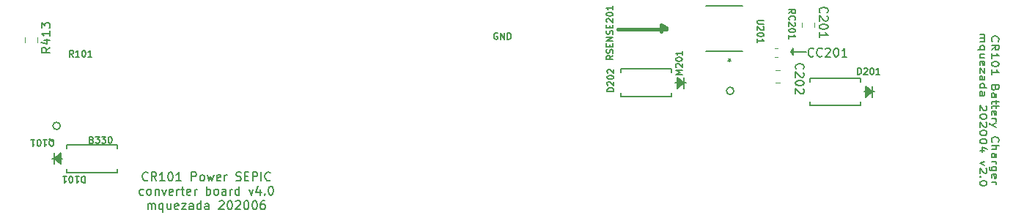
<source format=gto>
G04 #@! TF.GenerationSoftware,KiCad,Pcbnew,(5.1.5)-3*
G04 #@! TF.CreationDate,2020-06-29T02:19:28-04:00*
G04 #@! TF.ProjectId,PowerBoth,506f7765-7242-46f7-9468-2e6b69636164,rev?*
G04 #@! TF.SameCoordinates,Original*
G04 #@! TF.FileFunction,Legend,Top*
G04 #@! TF.FilePolarity,Positive*
%FSLAX46Y46*%
G04 Gerber Fmt 4.6, Leading zero omitted, Abs format (unit mm)*
G04 Created by KiCad (PCBNEW (5.1.5)-3) date 2020-06-29 02:19:28*
%MOMM*%
%LPD*%
G04 APERTURE LIST*
%ADD10C,0.130000*%
%ADD11C,0.152400*%
%ADD12C,0.200000*%
%ADD13C,0.400000*%
%ADD14C,0.150000*%
%ADD15C,0.120000*%
%ADD16C,0.127000*%
G04 APERTURE END LIST*
D10*
X217128571Y-124475000D02*
X217057142Y-124439285D01*
X216950000Y-124439285D01*
X216842857Y-124475000D01*
X216771428Y-124546428D01*
X216735714Y-124617857D01*
X216700000Y-124760714D01*
X216700000Y-124867857D01*
X216735714Y-125010714D01*
X216771428Y-125082142D01*
X216842857Y-125153571D01*
X216950000Y-125189285D01*
X217021428Y-125189285D01*
X217128571Y-125153571D01*
X217164285Y-125117857D01*
X217164285Y-124867857D01*
X217021428Y-124867857D01*
X217485714Y-125189285D02*
X217485714Y-124439285D01*
X217914285Y-125189285D01*
X217914285Y-124439285D01*
X218271428Y-125189285D02*
X218271428Y-124439285D01*
X218450000Y-124439285D01*
X218557142Y-124475000D01*
X218628571Y-124546428D01*
X218664285Y-124617857D01*
X218700000Y-124760714D01*
X218700000Y-124867857D01*
X218664285Y-125010714D01*
X218628571Y-125082142D01*
X218557142Y-125153571D01*
X218450000Y-125189285D01*
X218271428Y-125189285D01*
D11*
X274295514Y-125421428D02*
X274256809Y-125373809D01*
X274218104Y-125230952D01*
X274218104Y-125135714D01*
X274256809Y-124992857D01*
X274334219Y-124897619D01*
X274411628Y-124850000D01*
X274566447Y-124802380D01*
X274682561Y-124802380D01*
X274837380Y-124850000D01*
X274914790Y-124897619D01*
X274992200Y-124992857D01*
X275030904Y-125135714D01*
X275030904Y-125230952D01*
X274992200Y-125373809D01*
X274953495Y-125421428D01*
X274218104Y-126421428D02*
X274605152Y-126088095D01*
X274218104Y-125850000D02*
X275030904Y-125850000D01*
X275030904Y-126230952D01*
X274992200Y-126326190D01*
X274953495Y-126373809D01*
X274876085Y-126421428D01*
X274759971Y-126421428D01*
X274682561Y-126373809D01*
X274643857Y-126326190D01*
X274605152Y-126230952D01*
X274605152Y-125850000D01*
X274218104Y-127373809D02*
X274218104Y-126802380D01*
X274218104Y-127088095D02*
X275030904Y-127088095D01*
X274914790Y-126992857D01*
X274837380Y-126897619D01*
X274798676Y-126802380D01*
X275030904Y-127992857D02*
X275030904Y-128088095D01*
X274992200Y-128183333D01*
X274953495Y-128230952D01*
X274876085Y-128278571D01*
X274721266Y-128326190D01*
X274527742Y-128326190D01*
X274372923Y-128278571D01*
X274295514Y-128230952D01*
X274256809Y-128183333D01*
X274218104Y-128088095D01*
X274218104Y-127992857D01*
X274256809Y-127897619D01*
X274295514Y-127850000D01*
X274372923Y-127802380D01*
X274527742Y-127754761D01*
X274721266Y-127754761D01*
X274876085Y-127802380D01*
X274953495Y-127850000D01*
X274992200Y-127897619D01*
X275030904Y-127992857D01*
X274218104Y-129278571D02*
X274218104Y-128707142D01*
X274218104Y-128992857D02*
X275030904Y-128992857D01*
X274914790Y-128897619D01*
X274837380Y-128802380D01*
X274798676Y-128707142D01*
X274643857Y-130802380D02*
X274605152Y-130945238D01*
X274566447Y-130992857D01*
X274489038Y-131040476D01*
X274372923Y-131040476D01*
X274295514Y-130992857D01*
X274256809Y-130945238D01*
X274218104Y-130850000D01*
X274218104Y-130469047D01*
X275030904Y-130469047D01*
X275030904Y-130802380D01*
X274992200Y-130897619D01*
X274953495Y-130945238D01*
X274876085Y-130992857D01*
X274798676Y-130992857D01*
X274721266Y-130945238D01*
X274682561Y-130897619D01*
X274643857Y-130802380D01*
X274643857Y-130469047D01*
X274218104Y-131897619D02*
X274643857Y-131897619D01*
X274721266Y-131850000D01*
X274759971Y-131754761D01*
X274759971Y-131564285D01*
X274721266Y-131469047D01*
X274256809Y-131897619D02*
X274218104Y-131802380D01*
X274218104Y-131564285D01*
X274256809Y-131469047D01*
X274334219Y-131421428D01*
X274411628Y-131421428D01*
X274489038Y-131469047D01*
X274527742Y-131564285D01*
X274527742Y-131802380D01*
X274566447Y-131897619D01*
X274759971Y-132230952D02*
X274759971Y-132611904D01*
X275030904Y-132373809D02*
X274334219Y-132373809D01*
X274256809Y-132421428D01*
X274218104Y-132516666D01*
X274218104Y-132611904D01*
X274759971Y-132802380D02*
X274759971Y-133183333D01*
X275030904Y-132945238D02*
X274334219Y-132945238D01*
X274256809Y-132992857D01*
X274218104Y-133088095D01*
X274218104Y-133183333D01*
X274256809Y-133897619D02*
X274218104Y-133802380D01*
X274218104Y-133611904D01*
X274256809Y-133516666D01*
X274334219Y-133469047D01*
X274643857Y-133469047D01*
X274721266Y-133516666D01*
X274759971Y-133611904D01*
X274759971Y-133802380D01*
X274721266Y-133897619D01*
X274643857Y-133945238D01*
X274566447Y-133945238D01*
X274489038Y-133469047D01*
X274218104Y-134373809D02*
X274759971Y-134373809D01*
X274605152Y-134373809D02*
X274682561Y-134421428D01*
X274721266Y-134469047D01*
X274759971Y-134564285D01*
X274759971Y-134659523D01*
X274759971Y-134897619D02*
X274218104Y-135135714D01*
X274759971Y-135373809D02*
X274218104Y-135135714D01*
X274024580Y-135040476D01*
X273985876Y-134992857D01*
X273947171Y-134897619D01*
X274295514Y-137088095D02*
X274256809Y-137040476D01*
X274218104Y-136897619D01*
X274218104Y-136802380D01*
X274256809Y-136659523D01*
X274334219Y-136564285D01*
X274411628Y-136516666D01*
X274566447Y-136469047D01*
X274682561Y-136469047D01*
X274837380Y-136516666D01*
X274914790Y-136564285D01*
X274992200Y-136659523D01*
X275030904Y-136802380D01*
X275030904Y-136897619D01*
X274992200Y-137040476D01*
X274953495Y-137088095D01*
X274218104Y-137516666D02*
X275030904Y-137516666D01*
X274218104Y-137945238D02*
X274643857Y-137945238D01*
X274721266Y-137897619D01*
X274759971Y-137802380D01*
X274759971Y-137659523D01*
X274721266Y-137564285D01*
X274682561Y-137516666D01*
X274218104Y-138850000D02*
X274643857Y-138850000D01*
X274721266Y-138802380D01*
X274759971Y-138707142D01*
X274759971Y-138516666D01*
X274721266Y-138421428D01*
X274256809Y-138850000D02*
X274218104Y-138754761D01*
X274218104Y-138516666D01*
X274256809Y-138421428D01*
X274334219Y-138373809D01*
X274411628Y-138373809D01*
X274489038Y-138421428D01*
X274527742Y-138516666D01*
X274527742Y-138754761D01*
X274566447Y-138850000D01*
X274218104Y-139326190D02*
X274759971Y-139326190D01*
X274605152Y-139326190D02*
X274682561Y-139373809D01*
X274721266Y-139421428D01*
X274759971Y-139516666D01*
X274759971Y-139611904D01*
X274759971Y-140373809D02*
X274101990Y-140373809D01*
X274024580Y-140326190D01*
X273985876Y-140278571D01*
X273947171Y-140183333D01*
X273947171Y-140040476D01*
X273985876Y-139945238D01*
X274256809Y-140373809D02*
X274218104Y-140278571D01*
X274218104Y-140088095D01*
X274256809Y-139992857D01*
X274295514Y-139945238D01*
X274372923Y-139897619D01*
X274605152Y-139897619D01*
X274682561Y-139945238D01*
X274721266Y-139992857D01*
X274759971Y-140088095D01*
X274759971Y-140278571D01*
X274721266Y-140373809D01*
X274256809Y-141230952D02*
X274218104Y-141135714D01*
X274218104Y-140945238D01*
X274256809Y-140850000D01*
X274334219Y-140802380D01*
X274643857Y-140802380D01*
X274721266Y-140850000D01*
X274759971Y-140945238D01*
X274759971Y-141135714D01*
X274721266Y-141230952D01*
X274643857Y-141278571D01*
X274566447Y-141278571D01*
X274489038Y-140802380D01*
X274218104Y-141707142D02*
X274759971Y-141707142D01*
X274605152Y-141707142D02*
X274682561Y-141754761D01*
X274721266Y-141802380D01*
X274759971Y-141897619D01*
X274759971Y-141992857D01*
X272846504Y-124635714D02*
X273388371Y-124635714D01*
X273310961Y-124635714D02*
X273349666Y-124683333D01*
X273388371Y-124778571D01*
X273388371Y-124921428D01*
X273349666Y-125016666D01*
X273272257Y-125064285D01*
X272846504Y-125064285D01*
X273272257Y-125064285D02*
X273349666Y-125111904D01*
X273388371Y-125207142D01*
X273388371Y-125350000D01*
X273349666Y-125445238D01*
X273272257Y-125492857D01*
X272846504Y-125492857D01*
X273388371Y-126397619D02*
X272575571Y-126397619D01*
X272885209Y-126397619D02*
X272846504Y-126302380D01*
X272846504Y-126111904D01*
X272885209Y-126016666D01*
X272923914Y-125969047D01*
X273001323Y-125921428D01*
X273233552Y-125921428D01*
X273310961Y-125969047D01*
X273349666Y-126016666D01*
X273388371Y-126111904D01*
X273388371Y-126302380D01*
X273349666Y-126397619D01*
X273388371Y-127302380D02*
X272846504Y-127302380D01*
X273388371Y-126873809D02*
X272962619Y-126873809D01*
X272885209Y-126921428D01*
X272846504Y-127016666D01*
X272846504Y-127159523D01*
X272885209Y-127254761D01*
X272923914Y-127302380D01*
X272885209Y-128159523D02*
X272846504Y-128064285D01*
X272846504Y-127873809D01*
X272885209Y-127778571D01*
X272962619Y-127730952D01*
X273272257Y-127730952D01*
X273349666Y-127778571D01*
X273388371Y-127873809D01*
X273388371Y-128064285D01*
X273349666Y-128159523D01*
X273272257Y-128207142D01*
X273194847Y-128207142D01*
X273117438Y-127730952D01*
X273388371Y-128540476D02*
X273388371Y-129064285D01*
X272846504Y-128540476D01*
X272846504Y-129064285D01*
X272846504Y-129873809D02*
X273272257Y-129873809D01*
X273349666Y-129826190D01*
X273388371Y-129730952D01*
X273388371Y-129540476D01*
X273349666Y-129445238D01*
X272885209Y-129873809D02*
X272846504Y-129778571D01*
X272846504Y-129540476D01*
X272885209Y-129445238D01*
X272962619Y-129397619D01*
X273040028Y-129397619D01*
X273117438Y-129445238D01*
X273156142Y-129540476D01*
X273156142Y-129778571D01*
X273194847Y-129873809D01*
X272846504Y-130778571D02*
X273659304Y-130778571D01*
X272885209Y-130778571D02*
X272846504Y-130683333D01*
X272846504Y-130492857D01*
X272885209Y-130397619D01*
X272923914Y-130350000D01*
X273001323Y-130302380D01*
X273233552Y-130302380D01*
X273310961Y-130350000D01*
X273349666Y-130397619D01*
X273388371Y-130492857D01*
X273388371Y-130683333D01*
X273349666Y-130778571D01*
X272846504Y-131683333D02*
X273272257Y-131683333D01*
X273349666Y-131635714D01*
X273388371Y-131540476D01*
X273388371Y-131350000D01*
X273349666Y-131254761D01*
X272885209Y-131683333D02*
X272846504Y-131588095D01*
X272846504Y-131350000D01*
X272885209Y-131254761D01*
X272962619Y-131207142D01*
X273040028Y-131207142D01*
X273117438Y-131254761D01*
X273156142Y-131350000D01*
X273156142Y-131588095D01*
X273194847Y-131683333D01*
X273581895Y-132873809D02*
X273620600Y-132921428D01*
X273659304Y-133016666D01*
X273659304Y-133254761D01*
X273620600Y-133350000D01*
X273581895Y-133397619D01*
X273504485Y-133445238D01*
X273427076Y-133445238D01*
X273310961Y-133397619D01*
X272846504Y-132826190D01*
X272846504Y-133445238D01*
X273659304Y-134064285D02*
X273659304Y-134159523D01*
X273620600Y-134254761D01*
X273581895Y-134302380D01*
X273504485Y-134350000D01*
X273349666Y-134397619D01*
X273156142Y-134397619D01*
X273001323Y-134350000D01*
X272923914Y-134302380D01*
X272885209Y-134254761D01*
X272846504Y-134159523D01*
X272846504Y-134064285D01*
X272885209Y-133969047D01*
X272923914Y-133921428D01*
X273001323Y-133873809D01*
X273156142Y-133826190D01*
X273349666Y-133826190D01*
X273504485Y-133873809D01*
X273581895Y-133921428D01*
X273620600Y-133969047D01*
X273659304Y-134064285D01*
X273581895Y-134778571D02*
X273620600Y-134826190D01*
X273659304Y-134921428D01*
X273659304Y-135159523D01*
X273620600Y-135254761D01*
X273581895Y-135302380D01*
X273504485Y-135350000D01*
X273427076Y-135350000D01*
X273310961Y-135302380D01*
X272846504Y-134730952D01*
X272846504Y-135350000D01*
X273659304Y-135969047D02*
X273659304Y-136064285D01*
X273620600Y-136159523D01*
X273581895Y-136207142D01*
X273504485Y-136254761D01*
X273349666Y-136302380D01*
X273156142Y-136302380D01*
X273001323Y-136254761D01*
X272923914Y-136207142D01*
X272885209Y-136159523D01*
X272846504Y-136064285D01*
X272846504Y-135969047D01*
X272885209Y-135873809D01*
X272923914Y-135826190D01*
X273001323Y-135778571D01*
X273156142Y-135730952D01*
X273349666Y-135730952D01*
X273504485Y-135778571D01*
X273581895Y-135826190D01*
X273620600Y-135873809D01*
X273659304Y-135969047D01*
X273659304Y-136921428D02*
X273659304Y-137016666D01*
X273620600Y-137111904D01*
X273581895Y-137159523D01*
X273504485Y-137207142D01*
X273349666Y-137254761D01*
X273156142Y-137254761D01*
X273001323Y-137207142D01*
X272923914Y-137159523D01*
X272885209Y-137111904D01*
X272846504Y-137016666D01*
X272846504Y-136921428D01*
X272885209Y-136826190D01*
X272923914Y-136778571D01*
X273001323Y-136730952D01*
X273156142Y-136683333D01*
X273349666Y-136683333D01*
X273504485Y-136730952D01*
X273581895Y-136778571D01*
X273620600Y-136826190D01*
X273659304Y-136921428D01*
X273388371Y-138111904D02*
X272846504Y-138111904D01*
X273698009Y-137873809D02*
X273117438Y-137635714D01*
X273117438Y-138254761D01*
X273388371Y-139302380D02*
X272846504Y-139540476D01*
X273388371Y-139778571D01*
X273581895Y-140111904D02*
X273620600Y-140159523D01*
X273659304Y-140254761D01*
X273659304Y-140492857D01*
X273620600Y-140588095D01*
X273581895Y-140635714D01*
X273504485Y-140683333D01*
X273427076Y-140683333D01*
X273310961Y-140635714D01*
X272846504Y-140064285D01*
X272846504Y-140683333D01*
X272923914Y-141111904D02*
X272885209Y-141159523D01*
X272846504Y-141111904D01*
X272885209Y-141064285D01*
X272923914Y-141111904D01*
X272846504Y-141111904D01*
X273659304Y-141778571D02*
X273659304Y-141873809D01*
X273620600Y-141969047D01*
X273581895Y-142016666D01*
X273504485Y-142064285D01*
X273349666Y-142111904D01*
X273156142Y-142111904D01*
X273001323Y-142064285D01*
X272923914Y-142016666D01*
X272885209Y-141969047D01*
X272846504Y-141873809D01*
X272846504Y-141778571D01*
X272885209Y-141683333D01*
X272923914Y-141635714D01*
X273001323Y-141588095D01*
X273156142Y-141540476D01*
X273349666Y-141540476D01*
X273504485Y-141588095D01*
X273581895Y-141635714D01*
X273620600Y-141683333D01*
X273659304Y-141778571D01*
D12*
X251300000Y-126950000D02*
X251000000Y-126650000D01*
X251300000Y-126250000D02*
X251300000Y-126950000D01*
X251000000Y-126650000D02*
X251300000Y-126250000D01*
X252800000Y-126650000D02*
X251000000Y-126650000D01*
D13*
X231000000Y-124000000D02*
X236600125Y-124000000D01*
X236600000Y-123850000D02*
X236000000Y-123500000D01*
X236000000Y-123500000D02*
X236000000Y-124250000D01*
D14*
X176738095Y-141457142D02*
X176690476Y-141504761D01*
X176547619Y-141552380D01*
X176452380Y-141552380D01*
X176309523Y-141504761D01*
X176214285Y-141409523D01*
X176166666Y-141314285D01*
X176119047Y-141123809D01*
X176119047Y-140980952D01*
X176166666Y-140790476D01*
X176214285Y-140695238D01*
X176309523Y-140600000D01*
X176452380Y-140552380D01*
X176547619Y-140552380D01*
X176690476Y-140600000D01*
X176738095Y-140647619D01*
X177738095Y-141552380D02*
X177404761Y-141076190D01*
X177166666Y-141552380D02*
X177166666Y-140552380D01*
X177547619Y-140552380D01*
X177642857Y-140600000D01*
X177690476Y-140647619D01*
X177738095Y-140742857D01*
X177738095Y-140885714D01*
X177690476Y-140980952D01*
X177642857Y-141028571D01*
X177547619Y-141076190D01*
X177166666Y-141076190D01*
X178690476Y-141552380D02*
X178119047Y-141552380D01*
X178404761Y-141552380D02*
X178404761Y-140552380D01*
X178309523Y-140695238D01*
X178214285Y-140790476D01*
X178119047Y-140838095D01*
X179309523Y-140552380D02*
X179404761Y-140552380D01*
X179500000Y-140600000D01*
X179547619Y-140647619D01*
X179595238Y-140742857D01*
X179642857Y-140933333D01*
X179642857Y-141171428D01*
X179595238Y-141361904D01*
X179547619Y-141457142D01*
X179500000Y-141504761D01*
X179404761Y-141552380D01*
X179309523Y-141552380D01*
X179214285Y-141504761D01*
X179166666Y-141457142D01*
X179119047Y-141361904D01*
X179071428Y-141171428D01*
X179071428Y-140933333D01*
X179119047Y-140742857D01*
X179166666Y-140647619D01*
X179214285Y-140600000D01*
X179309523Y-140552380D01*
X180595238Y-141552380D02*
X180023809Y-141552380D01*
X180309523Y-141552380D02*
X180309523Y-140552380D01*
X180214285Y-140695238D01*
X180119047Y-140790476D01*
X180023809Y-140838095D01*
X181785714Y-141552380D02*
X181785714Y-140552380D01*
X182166666Y-140552380D01*
X182261904Y-140600000D01*
X182309523Y-140647619D01*
X182357142Y-140742857D01*
X182357142Y-140885714D01*
X182309523Y-140980952D01*
X182261904Y-141028571D01*
X182166666Y-141076190D01*
X181785714Y-141076190D01*
X182928571Y-141552380D02*
X182833333Y-141504761D01*
X182785714Y-141457142D01*
X182738095Y-141361904D01*
X182738095Y-141076190D01*
X182785714Y-140980952D01*
X182833333Y-140933333D01*
X182928571Y-140885714D01*
X183071428Y-140885714D01*
X183166666Y-140933333D01*
X183214285Y-140980952D01*
X183261904Y-141076190D01*
X183261904Y-141361904D01*
X183214285Y-141457142D01*
X183166666Y-141504761D01*
X183071428Y-141552380D01*
X182928571Y-141552380D01*
X183595238Y-140885714D02*
X183785714Y-141552380D01*
X183976190Y-141076190D01*
X184166666Y-141552380D01*
X184357142Y-140885714D01*
X185119047Y-141504761D02*
X185023809Y-141552380D01*
X184833333Y-141552380D01*
X184738095Y-141504761D01*
X184690476Y-141409523D01*
X184690476Y-141028571D01*
X184738095Y-140933333D01*
X184833333Y-140885714D01*
X185023809Y-140885714D01*
X185119047Y-140933333D01*
X185166666Y-141028571D01*
X185166666Y-141123809D01*
X184690476Y-141219047D01*
X185595238Y-141552380D02*
X185595238Y-140885714D01*
X185595238Y-141076190D02*
X185642857Y-140980952D01*
X185690476Y-140933333D01*
X185785714Y-140885714D01*
X185880952Y-140885714D01*
X186928571Y-141504761D02*
X187071428Y-141552380D01*
X187309523Y-141552380D01*
X187404761Y-141504761D01*
X187452380Y-141457142D01*
X187500000Y-141361904D01*
X187500000Y-141266666D01*
X187452380Y-141171428D01*
X187404761Y-141123809D01*
X187309523Y-141076190D01*
X187119047Y-141028571D01*
X187023809Y-140980952D01*
X186976190Y-140933333D01*
X186928571Y-140838095D01*
X186928571Y-140742857D01*
X186976190Y-140647619D01*
X187023809Y-140600000D01*
X187119047Y-140552380D01*
X187357142Y-140552380D01*
X187500000Y-140600000D01*
X187928571Y-141028571D02*
X188261904Y-141028571D01*
X188404761Y-141552380D02*
X187928571Y-141552380D01*
X187928571Y-140552380D01*
X188404761Y-140552380D01*
X188833333Y-141552380D02*
X188833333Y-140552380D01*
X189214285Y-140552380D01*
X189309523Y-140600000D01*
X189357142Y-140647619D01*
X189404761Y-140742857D01*
X189404761Y-140885714D01*
X189357142Y-140980952D01*
X189309523Y-141028571D01*
X189214285Y-141076190D01*
X188833333Y-141076190D01*
X189833333Y-141552380D02*
X189833333Y-140552380D01*
X190880952Y-141457142D02*
X190833333Y-141504761D01*
X190690476Y-141552380D01*
X190595238Y-141552380D01*
X190452380Y-141504761D01*
X190357142Y-141409523D01*
X190309523Y-141314285D01*
X190261904Y-141123809D01*
X190261904Y-140980952D01*
X190309523Y-140790476D01*
X190357142Y-140695238D01*
X190452380Y-140600000D01*
X190595238Y-140552380D01*
X190690476Y-140552380D01*
X190833333Y-140600000D01*
X190880952Y-140647619D01*
X176238095Y-143154761D02*
X176142857Y-143202380D01*
X175952380Y-143202380D01*
X175857142Y-143154761D01*
X175809523Y-143107142D01*
X175761904Y-143011904D01*
X175761904Y-142726190D01*
X175809523Y-142630952D01*
X175857142Y-142583333D01*
X175952380Y-142535714D01*
X176142857Y-142535714D01*
X176238095Y-142583333D01*
X176809523Y-143202380D02*
X176714285Y-143154761D01*
X176666666Y-143107142D01*
X176619047Y-143011904D01*
X176619047Y-142726190D01*
X176666666Y-142630952D01*
X176714285Y-142583333D01*
X176809523Y-142535714D01*
X176952380Y-142535714D01*
X177047619Y-142583333D01*
X177095238Y-142630952D01*
X177142857Y-142726190D01*
X177142857Y-143011904D01*
X177095238Y-143107142D01*
X177047619Y-143154761D01*
X176952380Y-143202380D01*
X176809523Y-143202380D01*
X177571428Y-142535714D02*
X177571428Y-143202380D01*
X177571428Y-142630952D02*
X177619047Y-142583333D01*
X177714285Y-142535714D01*
X177857142Y-142535714D01*
X177952380Y-142583333D01*
X178000000Y-142678571D01*
X178000000Y-143202380D01*
X178380952Y-142535714D02*
X178619047Y-143202380D01*
X178857142Y-142535714D01*
X179619047Y-143154761D02*
X179523809Y-143202380D01*
X179333333Y-143202380D01*
X179238095Y-143154761D01*
X179190476Y-143059523D01*
X179190476Y-142678571D01*
X179238095Y-142583333D01*
X179333333Y-142535714D01*
X179523809Y-142535714D01*
X179619047Y-142583333D01*
X179666666Y-142678571D01*
X179666666Y-142773809D01*
X179190476Y-142869047D01*
X180095238Y-143202380D02*
X180095238Y-142535714D01*
X180095238Y-142726190D02*
X180142857Y-142630952D01*
X180190476Y-142583333D01*
X180285714Y-142535714D01*
X180380952Y-142535714D01*
X180571428Y-142535714D02*
X180952380Y-142535714D01*
X180714285Y-142202380D02*
X180714285Y-143059523D01*
X180761904Y-143154761D01*
X180857142Y-143202380D01*
X180952380Y-143202380D01*
X181666666Y-143154761D02*
X181571428Y-143202380D01*
X181380952Y-143202380D01*
X181285714Y-143154761D01*
X181238095Y-143059523D01*
X181238095Y-142678571D01*
X181285714Y-142583333D01*
X181380952Y-142535714D01*
X181571428Y-142535714D01*
X181666666Y-142583333D01*
X181714285Y-142678571D01*
X181714285Y-142773809D01*
X181238095Y-142869047D01*
X182142857Y-143202380D02*
X182142857Y-142535714D01*
X182142857Y-142726190D02*
X182190476Y-142630952D01*
X182238095Y-142583333D01*
X182333333Y-142535714D01*
X182428571Y-142535714D01*
X183523809Y-143202380D02*
X183523809Y-142202380D01*
X183523809Y-142583333D02*
X183619047Y-142535714D01*
X183809523Y-142535714D01*
X183904761Y-142583333D01*
X183952380Y-142630952D01*
X184000000Y-142726190D01*
X184000000Y-143011904D01*
X183952380Y-143107142D01*
X183904761Y-143154761D01*
X183809523Y-143202380D01*
X183619047Y-143202380D01*
X183523809Y-143154761D01*
X184571428Y-143202380D02*
X184476190Y-143154761D01*
X184428571Y-143107142D01*
X184380952Y-143011904D01*
X184380952Y-142726190D01*
X184428571Y-142630952D01*
X184476190Y-142583333D01*
X184571428Y-142535714D01*
X184714285Y-142535714D01*
X184809523Y-142583333D01*
X184857142Y-142630952D01*
X184904761Y-142726190D01*
X184904761Y-143011904D01*
X184857142Y-143107142D01*
X184809523Y-143154761D01*
X184714285Y-143202380D01*
X184571428Y-143202380D01*
X185761904Y-143202380D02*
X185761904Y-142678571D01*
X185714285Y-142583333D01*
X185619047Y-142535714D01*
X185428571Y-142535714D01*
X185333333Y-142583333D01*
X185761904Y-143154761D02*
X185666666Y-143202380D01*
X185428571Y-143202380D01*
X185333333Y-143154761D01*
X185285714Y-143059523D01*
X185285714Y-142964285D01*
X185333333Y-142869047D01*
X185428571Y-142821428D01*
X185666666Y-142821428D01*
X185761904Y-142773809D01*
X186238095Y-143202380D02*
X186238095Y-142535714D01*
X186238095Y-142726190D02*
X186285714Y-142630952D01*
X186333333Y-142583333D01*
X186428571Y-142535714D01*
X186523809Y-142535714D01*
X187285714Y-143202380D02*
X187285714Y-142202380D01*
X187285714Y-143154761D02*
X187190476Y-143202380D01*
X187000000Y-143202380D01*
X186904761Y-143154761D01*
X186857142Y-143107142D01*
X186809523Y-143011904D01*
X186809523Y-142726190D01*
X186857142Y-142630952D01*
X186904761Y-142583333D01*
X187000000Y-142535714D01*
X187190476Y-142535714D01*
X187285714Y-142583333D01*
X188428571Y-142535714D02*
X188666666Y-143202380D01*
X188904761Y-142535714D01*
X189714285Y-142535714D02*
X189714285Y-143202380D01*
X189476190Y-142154761D02*
X189238095Y-142869047D01*
X189857142Y-142869047D01*
X190238095Y-143107142D02*
X190285714Y-143154761D01*
X190238095Y-143202380D01*
X190190476Y-143154761D01*
X190238095Y-143107142D01*
X190238095Y-143202380D01*
X190904761Y-142202380D02*
X191000000Y-142202380D01*
X191095238Y-142250000D01*
X191142857Y-142297619D01*
X191190476Y-142392857D01*
X191238095Y-142583333D01*
X191238095Y-142821428D01*
X191190476Y-143011904D01*
X191142857Y-143107142D01*
X191095238Y-143154761D01*
X191000000Y-143202380D01*
X190904761Y-143202380D01*
X190809523Y-143154761D01*
X190761904Y-143107142D01*
X190714285Y-143011904D01*
X190666666Y-142821428D01*
X190666666Y-142583333D01*
X190714285Y-142392857D01*
X190761904Y-142297619D01*
X190809523Y-142250000D01*
X190904761Y-142202380D01*
X176738095Y-144852380D02*
X176738095Y-144185714D01*
X176738095Y-144280952D02*
X176785714Y-144233333D01*
X176880952Y-144185714D01*
X177023809Y-144185714D01*
X177119047Y-144233333D01*
X177166666Y-144328571D01*
X177166666Y-144852380D01*
X177166666Y-144328571D02*
X177214285Y-144233333D01*
X177309523Y-144185714D01*
X177452380Y-144185714D01*
X177547619Y-144233333D01*
X177595238Y-144328571D01*
X177595238Y-144852380D01*
X178500000Y-144185714D02*
X178500000Y-145185714D01*
X178500000Y-144804761D02*
X178404761Y-144852380D01*
X178214285Y-144852380D01*
X178119047Y-144804761D01*
X178071428Y-144757142D01*
X178023809Y-144661904D01*
X178023809Y-144376190D01*
X178071428Y-144280952D01*
X178119047Y-144233333D01*
X178214285Y-144185714D01*
X178404761Y-144185714D01*
X178500000Y-144233333D01*
X179404761Y-144185714D02*
X179404761Y-144852380D01*
X178976190Y-144185714D02*
X178976190Y-144709523D01*
X179023809Y-144804761D01*
X179119047Y-144852380D01*
X179261904Y-144852380D01*
X179357142Y-144804761D01*
X179404761Y-144757142D01*
X180261904Y-144804761D02*
X180166666Y-144852380D01*
X179976190Y-144852380D01*
X179880952Y-144804761D01*
X179833333Y-144709523D01*
X179833333Y-144328571D01*
X179880952Y-144233333D01*
X179976190Y-144185714D01*
X180166666Y-144185714D01*
X180261904Y-144233333D01*
X180309523Y-144328571D01*
X180309523Y-144423809D01*
X179833333Y-144519047D01*
X180642857Y-144185714D02*
X181166666Y-144185714D01*
X180642857Y-144852380D01*
X181166666Y-144852380D01*
X181976190Y-144852380D02*
X181976190Y-144328571D01*
X181928571Y-144233333D01*
X181833333Y-144185714D01*
X181642857Y-144185714D01*
X181547619Y-144233333D01*
X181976190Y-144804761D02*
X181880952Y-144852380D01*
X181642857Y-144852380D01*
X181547619Y-144804761D01*
X181500000Y-144709523D01*
X181500000Y-144614285D01*
X181547619Y-144519047D01*
X181642857Y-144471428D01*
X181880952Y-144471428D01*
X181976190Y-144423809D01*
X182880952Y-144852380D02*
X182880952Y-143852380D01*
X182880952Y-144804761D02*
X182785714Y-144852380D01*
X182595238Y-144852380D01*
X182500000Y-144804761D01*
X182452380Y-144757142D01*
X182404761Y-144661904D01*
X182404761Y-144376190D01*
X182452380Y-144280952D01*
X182500000Y-144233333D01*
X182595238Y-144185714D01*
X182785714Y-144185714D01*
X182880952Y-144233333D01*
X183785714Y-144852380D02*
X183785714Y-144328571D01*
X183738095Y-144233333D01*
X183642857Y-144185714D01*
X183452380Y-144185714D01*
X183357142Y-144233333D01*
X183785714Y-144804761D02*
X183690476Y-144852380D01*
X183452380Y-144852380D01*
X183357142Y-144804761D01*
X183309523Y-144709523D01*
X183309523Y-144614285D01*
X183357142Y-144519047D01*
X183452380Y-144471428D01*
X183690476Y-144471428D01*
X183785714Y-144423809D01*
X184976190Y-143947619D02*
X185023809Y-143900000D01*
X185119047Y-143852380D01*
X185357142Y-143852380D01*
X185452380Y-143900000D01*
X185500000Y-143947619D01*
X185547619Y-144042857D01*
X185547619Y-144138095D01*
X185500000Y-144280952D01*
X184928571Y-144852380D01*
X185547619Y-144852380D01*
X186166666Y-143852380D02*
X186261904Y-143852380D01*
X186357142Y-143900000D01*
X186404761Y-143947619D01*
X186452380Y-144042857D01*
X186500000Y-144233333D01*
X186500000Y-144471428D01*
X186452380Y-144661904D01*
X186404761Y-144757142D01*
X186357142Y-144804761D01*
X186261904Y-144852380D01*
X186166666Y-144852380D01*
X186071428Y-144804761D01*
X186023809Y-144757142D01*
X185976190Y-144661904D01*
X185928571Y-144471428D01*
X185928571Y-144233333D01*
X185976190Y-144042857D01*
X186023809Y-143947619D01*
X186071428Y-143900000D01*
X186166666Y-143852380D01*
X186880952Y-143947619D02*
X186928571Y-143900000D01*
X187023809Y-143852380D01*
X187261904Y-143852380D01*
X187357142Y-143900000D01*
X187404761Y-143947619D01*
X187452380Y-144042857D01*
X187452380Y-144138095D01*
X187404761Y-144280952D01*
X186833333Y-144852380D01*
X187452380Y-144852380D01*
X188071428Y-143852380D02*
X188166666Y-143852380D01*
X188261904Y-143900000D01*
X188309523Y-143947619D01*
X188357142Y-144042857D01*
X188404761Y-144233333D01*
X188404761Y-144471428D01*
X188357142Y-144661904D01*
X188309523Y-144757142D01*
X188261904Y-144804761D01*
X188166666Y-144852380D01*
X188071428Y-144852380D01*
X187976190Y-144804761D01*
X187928571Y-144757142D01*
X187880952Y-144661904D01*
X187833333Y-144471428D01*
X187833333Y-144233333D01*
X187880952Y-144042857D01*
X187928571Y-143947619D01*
X187976190Y-143900000D01*
X188071428Y-143852380D01*
X189023809Y-143852380D02*
X189119047Y-143852380D01*
X189214285Y-143900000D01*
X189261904Y-143947619D01*
X189309523Y-144042857D01*
X189357142Y-144233333D01*
X189357142Y-144471428D01*
X189309523Y-144661904D01*
X189261904Y-144757142D01*
X189214285Y-144804761D01*
X189119047Y-144852380D01*
X189023809Y-144852380D01*
X188928571Y-144804761D01*
X188880952Y-144757142D01*
X188833333Y-144661904D01*
X188785714Y-144471428D01*
X188785714Y-144233333D01*
X188833333Y-144042857D01*
X188880952Y-143947619D01*
X188928571Y-143900000D01*
X189023809Y-143852380D01*
X190214285Y-143852380D02*
X190023809Y-143852380D01*
X189928571Y-143900000D01*
X189880952Y-143947619D01*
X189785714Y-144090476D01*
X189738095Y-144280952D01*
X189738095Y-144661904D01*
X189785714Y-144757142D01*
X189833333Y-144804761D01*
X189928571Y-144852380D01*
X190119047Y-144852380D01*
X190214285Y-144804761D01*
X190261904Y-144757142D01*
X190309523Y-144661904D01*
X190309523Y-144423809D01*
X190261904Y-144328571D01*
X190214285Y-144280952D01*
X190119047Y-144233333D01*
X189928571Y-144233333D01*
X189833333Y-144280952D01*
X189785714Y-144328571D01*
X189738095Y-144423809D01*
D15*
X249238748Y-130210000D02*
X249761252Y-130210000D01*
X249238748Y-128790000D02*
X249761252Y-128790000D01*
D11*
X241166525Y-126592999D02*
X245433725Y-126592999D01*
X245433725Y-121309799D02*
X241166525Y-121309799D01*
D16*
X244424387Y-131151399D02*
G75*
G03X244424387Y-131151399I-424262J0D01*
G01*
D11*
X253179000Y-132418400D02*
X253179000Y-132824800D01*
X259021000Y-130081600D02*
X259021000Y-129675200D01*
X259021000Y-132824800D02*
X259021000Y-132418400D01*
X253179000Y-132824800D02*
X259021000Y-132824800D01*
X253179000Y-129675200D02*
X253179000Y-130081600D01*
X259021000Y-129675200D02*
X253179000Y-129675200D01*
X259656000Y-131885000D02*
X259656000Y-130615000D01*
X260418000Y-131250000D02*
X259656000Y-131123000D01*
X260418000Y-131250000D02*
X259656000Y-130996000D01*
X260418000Y-131250000D02*
X259656000Y-130869000D01*
X260418000Y-131250000D02*
X259656000Y-130742000D01*
X260418000Y-131250000D02*
X259656000Y-130615000D01*
X260418000Y-131250000D02*
X259656000Y-131377000D01*
X260418000Y-131250000D02*
X259656000Y-131504000D01*
X260418000Y-131250000D02*
X259656000Y-131631000D01*
X260418000Y-131250000D02*
X259656000Y-131758000D01*
X260418000Y-131250000D02*
X259656000Y-131885000D01*
X260418000Y-131250000D02*
X260418000Y-130615000D01*
X260418000Y-131885000D02*
X260418000Y-131250000D01*
X260418000Y-131250000D02*
X260672000Y-131250000D01*
X259478200Y-131250000D02*
X260418000Y-131250000D01*
X231379125Y-131369799D02*
X231379125Y-131776199D01*
X237221125Y-129032999D02*
X237221125Y-128626599D01*
X237221125Y-131776199D02*
X237221125Y-131369799D01*
X231379125Y-131776199D02*
X237221125Y-131776199D01*
X231379125Y-128626599D02*
X231379125Y-129032999D01*
X237221125Y-128626599D02*
X231379125Y-128626599D01*
X237856125Y-130836399D02*
X237856125Y-129566399D01*
X238618125Y-130201399D02*
X237856125Y-130074399D01*
X238618125Y-130201399D02*
X237856125Y-129947399D01*
X238618125Y-130201399D02*
X237856125Y-129820399D01*
X238618125Y-130201399D02*
X237856125Y-129693399D01*
X238618125Y-130201399D02*
X237856125Y-129566399D01*
X238618125Y-130201399D02*
X237856125Y-130328399D01*
X238618125Y-130201399D02*
X237856125Y-130455399D01*
X238618125Y-130201399D02*
X237856125Y-130582399D01*
X238618125Y-130201399D02*
X237856125Y-130709399D01*
X238618125Y-130201399D02*
X237856125Y-130836399D01*
X238618125Y-130201399D02*
X238618125Y-129566399D01*
X238618125Y-130836399D02*
X238618125Y-130201399D01*
X238618125Y-130201399D02*
X238872125Y-130201399D01*
X237678325Y-130201399D02*
X238618125Y-130201399D01*
D15*
X252290000Y-123786252D02*
X252290000Y-123263748D01*
X253710000Y-123786252D02*
X253710000Y-123263748D01*
X249128858Y-126240000D02*
X249471392Y-126240000D01*
X249128858Y-127260000D02*
X249471392Y-127260000D01*
X162540000Y-125511252D02*
X162540000Y-124988748D01*
X163960000Y-125511252D02*
X163960000Y-124988748D01*
D11*
X166871800Y-139000000D02*
X165932000Y-139000000D01*
X165932000Y-139000000D02*
X165678000Y-139000000D01*
X165932000Y-138365000D02*
X165932000Y-139000000D01*
X165932000Y-139000000D02*
X165932000Y-139635000D01*
X165932000Y-139000000D02*
X166694000Y-138365000D01*
X165932000Y-139000000D02*
X166694000Y-138492000D01*
X165932000Y-139000000D02*
X166694000Y-138619000D01*
X165932000Y-139000000D02*
X166694000Y-138746000D01*
X165932000Y-139000000D02*
X166694000Y-138873000D01*
X165932000Y-139000000D02*
X166694000Y-139635000D01*
X165932000Y-139000000D02*
X166694000Y-139508000D01*
X165932000Y-139000000D02*
X166694000Y-139381000D01*
X165932000Y-139000000D02*
X166694000Y-139254000D01*
X165932000Y-139000000D02*
X166694000Y-139127000D01*
X166694000Y-138365000D02*
X166694000Y-139635000D01*
X167329000Y-140574800D02*
X173171000Y-140574800D01*
X173171000Y-140574800D02*
X173171000Y-140168400D01*
X173171000Y-137425200D02*
X167329000Y-137425200D01*
X167329000Y-137425200D02*
X167329000Y-137831600D01*
X167329000Y-140168400D02*
X167329000Y-140574800D01*
X173171000Y-137831600D02*
X173171000Y-137425200D01*
D16*
X166624262Y-135200000D02*
G75*
G03X166624262Y-135200000I-424262J0D01*
G01*
D14*
X251642857Y-128630952D02*
X251595238Y-128583333D01*
X251547619Y-128440476D01*
X251547619Y-128345238D01*
X251595238Y-128202380D01*
X251690476Y-128107142D01*
X251785714Y-128059523D01*
X251976190Y-128011904D01*
X252119047Y-128011904D01*
X252309523Y-128059523D01*
X252404761Y-128107142D01*
X252500000Y-128202380D01*
X252547619Y-128345238D01*
X252547619Y-128440476D01*
X252500000Y-128583333D01*
X252452380Y-128630952D01*
X252452380Y-129011904D02*
X252500000Y-129059523D01*
X252547619Y-129154761D01*
X252547619Y-129392857D01*
X252500000Y-129488095D01*
X252452380Y-129535714D01*
X252357142Y-129583333D01*
X252261904Y-129583333D01*
X252119047Y-129535714D01*
X251547619Y-128964285D01*
X251547619Y-129583333D01*
X252547619Y-130202380D02*
X252547619Y-130297619D01*
X252500000Y-130392857D01*
X252452380Y-130440476D01*
X252357142Y-130488095D01*
X252166666Y-130535714D01*
X251928571Y-130535714D01*
X251738095Y-130488095D01*
X251642857Y-130440476D01*
X251595238Y-130392857D01*
X251547619Y-130297619D01*
X251547619Y-130202380D01*
X251595238Y-130107142D01*
X251642857Y-130059523D01*
X251738095Y-130011904D01*
X251928571Y-129964285D01*
X252166666Y-129964285D01*
X252357142Y-130011904D01*
X252452380Y-130059523D01*
X252500000Y-130107142D01*
X252547619Y-130202380D01*
X252452380Y-130916666D02*
X252500000Y-130964285D01*
X252547619Y-131059523D01*
X252547619Y-131297619D01*
X252500000Y-131392857D01*
X252452380Y-131440476D01*
X252357142Y-131488095D01*
X252261904Y-131488095D01*
X252119047Y-131440476D01*
X251547619Y-130869047D01*
X251547619Y-131488095D01*
D10*
X247910714Y-122964285D02*
X247303571Y-122964285D01*
X247232142Y-123000000D01*
X247196428Y-123035714D01*
X247160714Y-123107142D01*
X247160714Y-123250000D01*
X247196428Y-123321428D01*
X247232142Y-123357142D01*
X247303571Y-123392857D01*
X247910714Y-123392857D01*
X247839285Y-123714285D02*
X247875000Y-123750000D01*
X247910714Y-123821428D01*
X247910714Y-124000000D01*
X247875000Y-124071428D01*
X247839285Y-124107142D01*
X247767857Y-124142857D01*
X247696428Y-124142857D01*
X247589285Y-124107142D01*
X247160714Y-123678571D01*
X247160714Y-124142857D01*
X247910714Y-124607142D02*
X247910714Y-124678571D01*
X247875000Y-124750000D01*
X247839285Y-124785714D01*
X247767857Y-124821428D01*
X247625000Y-124857142D01*
X247446428Y-124857142D01*
X247303571Y-124821428D01*
X247232142Y-124785714D01*
X247196428Y-124750000D01*
X247160714Y-124678571D01*
X247160714Y-124607142D01*
X247196428Y-124535714D01*
X247232142Y-124500000D01*
X247303571Y-124464285D01*
X247446428Y-124428571D01*
X247625000Y-124428571D01*
X247767857Y-124464285D01*
X247839285Y-124500000D01*
X247875000Y-124535714D01*
X247910714Y-124607142D01*
X247160714Y-125571428D02*
X247160714Y-125142857D01*
X247160714Y-125357142D02*
X247910714Y-125357142D01*
X247803571Y-125285714D01*
X247732142Y-125214285D01*
X247696428Y-125142857D01*
X243929785Y-127735714D02*
X243929785Y-127557142D01*
X244108357Y-127628571D02*
X243929785Y-127557142D01*
X243751214Y-127628571D01*
X244036928Y-127414285D02*
X243929785Y-127557142D01*
X243822642Y-127414285D01*
X238464285Y-129236928D02*
X237714285Y-129236928D01*
X238250000Y-128986928D01*
X237714285Y-128736928D01*
X238464285Y-128736928D01*
X237785714Y-128415500D02*
X237750000Y-128379785D01*
X237714285Y-128308357D01*
X237714285Y-128129785D01*
X237750000Y-128058357D01*
X237785714Y-128022642D01*
X237857142Y-127986928D01*
X237928571Y-127986928D01*
X238035714Y-128022642D01*
X238464285Y-128451214D01*
X238464285Y-127986928D01*
X237714285Y-127522642D02*
X237714285Y-127451214D01*
X237750000Y-127379785D01*
X237785714Y-127344071D01*
X237857142Y-127308357D01*
X238000000Y-127272642D01*
X238178571Y-127272642D01*
X238321428Y-127308357D01*
X238392857Y-127344071D01*
X238428571Y-127379785D01*
X238464285Y-127451214D01*
X238464285Y-127522642D01*
X238428571Y-127594071D01*
X238392857Y-127629785D01*
X238321428Y-127665500D01*
X238178571Y-127701214D01*
X238000000Y-127701214D01*
X237857142Y-127665500D01*
X237785714Y-127629785D01*
X237750000Y-127594071D01*
X237714285Y-127522642D01*
X238464285Y-126558357D02*
X238464285Y-126986928D01*
X238464285Y-126772642D02*
X237714285Y-126772642D01*
X237821428Y-126844071D01*
X237892857Y-126915500D01*
X237928571Y-126986928D01*
X258732142Y-129239285D02*
X258732142Y-128489285D01*
X258910714Y-128489285D01*
X259017857Y-128525000D01*
X259089285Y-128596428D01*
X259125000Y-128667857D01*
X259160714Y-128810714D01*
X259160714Y-128917857D01*
X259125000Y-129060714D01*
X259089285Y-129132142D01*
X259017857Y-129203571D01*
X258910714Y-129239285D01*
X258732142Y-129239285D01*
X259446428Y-128560714D02*
X259482142Y-128525000D01*
X259553571Y-128489285D01*
X259732142Y-128489285D01*
X259803571Y-128525000D01*
X259839285Y-128560714D01*
X259875000Y-128632142D01*
X259875000Y-128703571D01*
X259839285Y-128810714D01*
X259410714Y-129239285D01*
X259875000Y-129239285D01*
X260339285Y-128489285D02*
X260410714Y-128489285D01*
X260482142Y-128525000D01*
X260517857Y-128560714D01*
X260553571Y-128632142D01*
X260589285Y-128775000D01*
X260589285Y-128953571D01*
X260553571Y-129096428D01*
X260517857Y-129167857D01*
X260482142Y-129203571D01*
X260410714Y-129239285D01*
X260339285Y-129239285D01*
X260267857Y-129203571D01*
X260232142Y-129167857D01*
X260196428Y-129096428D01*
X260160714Y-128953571D01*
X260160714Y-128775000D01*
X260196428Y-128632142D01*
X260232142Y-128560714D01*
X260267857Y-128525000D01*
X260339285Y-128489285D01*
X261303571Y-129239285D02*
X260875000Y-129239285D01*
X261089285Y-129239285D02*
X261089285Y-128489285D01*
X261017857Y-128596428D01*
X260946428Y-128667857D01*
X260875000Y-128703571D01*
X230539285Y-131217857D02*
X229789285Y-131217857D01*
X229789285Y-131039285D01*
X229825000Y-130932142D01*
X229896428Y-130860714D01*
X229967857Y-130825000D01*
X230110714Y-130789285D01*
X230217857Y-130789285D01*
X230360714Y-130825000D01*
X230432142Y-130860714D01*
X230503571Y-130932142D01*
X230539285Y-131039285D01*
X230539285Y-131217857D01*
X229860714Y-130503571D02*
X229825000Y-130467857D01*
X229789285Y-130396428D01*
X229789285Y-130217857D01*
X229825000Y-130146428D01*
X229860714Y-130110714D01*
X229932142Y-130075000D01*
X230003571Y-130075000D01*
X230110714Y-130110714D01*
X230539285Y-130539285D01*
X230539285Y-130075000D01*
X229789285Y-129610714D02*
X229789285Y-129539285D01*
X229825000Y-129467857D01*
X229860714Y-129432142D01*
X229932142Y-129396428D01*
X230075000Y-129360714D01*
X230253571Y-129360714D01*
X230396428Y-129396428D01*
X230467857Y-129432142D01*
X230503571Y-129467857D01*
X230539285Y-129539285D01*
X230539285Y-129610714D01*
X230503571Y-129682142D01*
X230467857Y-129717857D01*
X230396428Y-129753571D01*
X230253571Y-129789285D01*
X230075000Y-129789285D01*
X229932142Y-129753571D01*
X229860714Y-129717857D01*
X229825000Y-129682142D01*
X229789285Y-129610714D01*
X229860714Y-129075000D02*
X229825000Y-129039285D01*
X229789285Y-128967857D01*
X229789285Y-128789285D01*
X229825000Y-128717857D01*
X229860714Y-128682142D01*
X229932142Y-128646428D01*
X230003571Y-128646428D01*
X230110714Y-128682142D01*
X230539285Y-129110714D01*
X230539285Y-128646428D01*
X230464285Y-127058357D02*
X230107142Y-127308357D01*
X230464285Y-127486928D02*
X229714285Y-127486928D01*
X229714285Y-127201214D01*
X229750000Y-127129785D01*
X229785714Y-127094071D01*
X229857142Y-127058357D01*
X229964285Y-127058357D01*
X230035714Y-127094071D01*
X230071428Y-127129785D01*
X230107142Y-127201214D01*
X230107142Y-127486928D01*
X230428571Y-126772642D02*
X230464285Y-126665500D01*
X230464285Y-126486928D01*
X230428571Y-126415500D01*
X230392857Y-126379785D01*
X230321428Y-126344071D01*
X230250000Y-126344071D01*
X230178571Y-126379785D01*
X230142857Y-126415500D01*
X230107142Y-126486928D01*
X230071428Y-126629785D01*
X230035714Y-126701214D01*
X230000000Y-126736928D01*
X229928571Y-126772642D01*
X229857142Y-126772642D01*
X229785714Y-126736928D01*
X229750000Y-126701214D01*
X229714285Y-126629785D01*
X229714285Y-126451214D01*
X229750000Y-126344071D01*
X230071428Y-126022642D02*
X230071428Y-125772642D01*
X230464285Y-125665500D02*
X230464285Y-126022642D01*
X229714285Y-126022642D01*
X229714285Y-125665500D01*
X230464285Y-125344071D02*
X229714285Y-125344071D01*
X230464285Y-124915500D01*
X229714285Y-124915500D01*
X230428571Y-124594071D02*
X230464285Y-124486928D01*
X230464285Y-124308357D01*
X230428571Y-124236928D01*
X230392857Y-124201214D01*
X230321428Y-124165500D01*
X230250000Y-124165500D01*
X230178571Y-124201214D01*
X230142857Y-124236928D01*
X230107142Y-124308357D01*
X230071428Y-124451214D01*
X230035714Y-124522642D01*
X230000000Y-124558357D01*
X229928571Y-124594071D01*
X229857142Y-124594071D01*
X229785714Y-124558357D01*
X229750000Y-124522642D01*
X229714285Y-124451214D01*
X229714285Y-124272642D01*
X229750000Y-124165500D01*
X230071428Y-123844071D02*
X230071428Y-123594071D01*
X230464285Y-123486928D02*
X230464285Y-123844071D01*
X229714285Y-123844071D01*
X229714285Y-123486928D01*
X229785714Y-123201214D02*
X229750000Y-123165500D01*
X229714285Y-123094071D01*
X229714285Y-122915500D01*
X229750000Y-122844071D01*
X229785714Y-122808357D01*
X229857142Y-122772642D01*
X229928571Y-122772642D01*
X230035714Y-122808357D01*
X230464285Y-123236928D01*
X230464285Y-122772642D01*
X229714285Y-122308357D02*
X229714285Y-122236928D01*
X229750000Y-122165500D01*
X229785714Y-122129785D01*
X229857142Y-122094071D01*
X230000000Y-122058357D01*
X230178571Y-122058357D01*
X230321428Y-122094071D01*
X230392857Y-122129785D01*
X230428571Y-122165500D01*
X230464285Y-122236928D01*
X230464285Y-122308357D01*
X230428571Y-122379785D01*
X230392857Y-122415500D01*
X230321428Y-122451214D01*
X230178571Y-122486928D01*
X230000000Y-122486928D01*
X229857142Y-122451214D01*
X229785714Y-122415500D01*
X229750000Y-122379785D01*
X229714285Y-122308357D01*
X230464285Y-121344071D02*
X230464285Y-121772642D01*
X230464285Y-121558357D02*
X229714285Y-121558357D01*
X229821428Y-121629785D01*
X229892857Y-121701214D01*
X229928571Y-121772642D01*
X250785714Y-122191642D02*
X251142857Y-121941642D01*
X250785714Y-121763071D02*
X251535714Y-121763071D01*
X251535714Y-122048785D01*
X251500000Y-122120214D01*
X251464285Y-122155928D01*
X251392857Y-122191642D01*
X251285714Y-122191642D01*
X251214285Y-122155928D01*
X251178571Y-122120214D01*
X251142857Y-122048785D01*
X251142857Y-121763071D01*
X250857142Y-122941642D02*
X250821428Y-122905928D01*
X250785714Y-122798785D01*
X250785714Y-122727357D01*
X250821428Y-122620214D01*
X250892857Y-122548785D01*
X250964285Y-122513071D01*
X251107142Y-122477357D01*
X251214285Y-122477357D01*
X251357142Y-122513071D01*
X251428571Y-122548785D01*
X251500000Y-122620214D01*
X251535714Y-122727357D01*
X251535714Y-122798785D01*
X251500000Y-122905928D01*
X251464285Y-122941642D01*
X251464285Y-123227357D02*
X251500000Y-123263071D01*
X251535714Y-123334500D01*
X251535714Y-123513071D01*
X251500000Y-123584500D01*
X251464285Y-123620214D01*
X251392857Y-123655928D01*
X251321428Y-123655928D01*
X251214285Y-123620214D01*
X250785714Y-123191642D01*
X250785714Y-123655928D01*
X251535714Y-124120214D02*
X251535714Y-124191642D01*
X251500000Y-124263071D01*
X251464285Y-124298785D01*
X251392857Y-124334500D01*
X251250000Y-124370214D01*
X251071428Y-124370214D01*
X250928571Y-124334500D01*
X250857142Y-124298785D01*
X250821428Y-124263071D01*
X250785714Y-124191642D01*
X250785714Y-124120214D01*
X250821428Y-124048785D01*
X250857142Y-124013071D01*
X250928571Y-123977357D01*
X251071428Y-123941642D01*
X251250000Y-123941642D01*
X251392857Y-123977357D01*
X251464285Y-124013071D01*
X251500000Y-124048785D01*
X251535714Y-124120214D01*
X250785714Y-125084500D02*
X250785714Y-124655928D01*
X250785714Y-124870214D02*
X251535714Y-124870214D01*
X251428571Y-124798785D01*
X251357142Y-124727357D01*
X251321428Y-124655928D01*
D14*
X254392857Y-122105952D02*
X254345238Y-122058333D01*
X254297619Y-121915476D01*
X254297619Y-121820238D01*
X254345238Y-121677380D01*
X254440476Y-121582142D01*
X254535714Y-121534523D01*
X254726190Y-121486904D01*
X254869047Y-121486904D01*
X255059523Y-121534523D01*
X255154761Y-121582142D01*
X255250000Y-121677380D01*
X255297619Y-121820238D01*
X255297619Y-121915476D01*
X255250000Y-122058333D01*
X255202380Y-122105952D01*
X255202380Y-122486904D02*
X255250000Y-122534523D01*
X255297619Y-122629761D01*
X255297619Y-122867857D01*
X255250000Y-122963095D01*
X255202380Y-123010714D01*
X255107142Y-123058333D01*
X255011904Y-123058333D01*
X254869047Y-123010714D01*
X254297619Y-122439285D01*
X254297619Y-123058333D01*
X255297619Y-123677380D02*
X255297619Y-123772619D01*
X255250000Y-123867857D01*
X255202380Y-123915476D01*
X255107142Y-123963095D01*
X254916666Y-124010714D01*
X254678571Y-124010714D01*
X254488095Y-123963095D01*
X254392857Y-123915476D01*
X254345238Y-123867857D01*
X254297619Y-123772619D01*
X254297619Y-123677380D01*
X254345238Y-123582142D01*
X254392857Y-123534523D01*
X254488095Y-123486904D01*
X254678571Y-123439285D01*
X254916666Y-123439285D01*
X255107142Y-123486904D01*
X255202380Y-123534523D01*
X255250000Y-123582142D01*
X255297619Y-123677380D01*
X254297619Y-124963095D02*
X254297619Y-124391666D01*
X254297619Y-124677380D02*
X255297619Y-124677380D01*
X255154761Y-124582142D01*
X255059523Y-124486904D01*
X255011904Y-124391666D01*
X253630952Y-127107142D02*
X253583333Y-127154761D01*
X253440476Y-127202380D01*
X253345238Y-127202380D01*
X253202380Y-127154761D01*
X253107142Y-127059523D01*
X253059523Y-126964285D01*
X253011904Y-126773809D01*
X253011904Y-126630952D01*
X253059523Y-126440476D01*
X253107142Y-126345238D01*
X253202380Y-126250000D01*
X253345238Y-126202380D01*
X253440476Y-126202380D01*
X253583333Y-126250000D01*
X253630952Y-126297619D01*
X254630952Y-127107142D02*
X254583333Y-127154761D01*
X254440476Y-127202380D01*
X254345238Y-127202380D01*
X254202380Y-127154761D01*
X254107142Y-127059523D01*
X254059523Y-126964285D01*
X254011904Y-126773809D01*
X254011904Y-126630952D01*
X254059523Y-126440476D01*
X254107142Y-126345238D01*
X254202380Y-126250000D01*
X254345238Y-126202380D01*
X254440476Y-126202380D01*
X254583333Y-126250000D01*
X254630952Y-126297619D01*
X255011904Y-126297619D02*
X255059523Y-126250000D01*
X255154761Y-126202380D01*
X255392857Y-126202380D01*
X255488095Y-126250000D01*
X255535714Y-126297619D01*
X255583333Y-126392857D01*
X255583333Y-126488095D01*
X255535714Y-126630952D01*
X254964285Y-127202380D01*
X255583333Y-127202380D01*
X256202380Y-126202380D02*
X256297619Y-126202380D01*
X256392857Y-126250000D01*
X256440476Y-126297619D01*
X256488095Y-126392857D01*
X256535714Y-126583333D01*
X256535714Y-126821428D01*
X256488095Y-127011904D01*
X256440476Y-127107142D01*
X256392857Y-127154761D01*
X256297619Y-127202380D01*
X256202380Y-127202380D01*
X256107142Y-127154761D01*
X256059523Y-127107142D01*
X256011904Y-127011904D01*
X255964285Y-126821428D01*
X255964285Y-126583333D01*
X256011904Y-126392857D01*
X256059523Y-126297619D01*
X256107142Y-126250000D01*
X256202380Y-126202380D01*
X257488095Y-127202380D02*
X256916666Y-127202380D01*
X257202380Y-127202380D02*
X257202380Y-126202380D01*
X257107142Y-126345238D01*
X257011904Y-126440476D01*
X256916666Y-126488095D01*
X165452380Y-126119047D02*
X164976190Y-126452380D01*
X165452380Y-126690476D02*
X164452380Y-126690476D01*
X164452380Y-126309523D01*
X164500000Y-126214285D01*
X164547619Y-126166666D01*
X164642857Y-126119047D01*
X164785714Y-126119047D01*
X164880952Y-126166666D01*
X164928571Y-126214285D01*
X164976190Y-126309523D01*
X164976190Y-126690476D01*
X164785714Y-125261904D02*
X165452380Y-125261904D01*
X164404761Y-125500000D02*
X165119047Y-125738095D01*
X165119047Y-125119047D01*
X165452380Y-124214285D02*
X165452380Y-124785714D01*
X165452380Y-124500000D02*
X164452380Y-124500000D01*
X164595238Y-124595238D01*
X164690476Y-124690476D01*
X164738095Y-124785714D01*
X164452380Y-123880952D02*
X164452380Y-123261904D01*
X164833333Y-123595238D01*
X164833333Y-123452380D01*
X164880952Y-123357142D01*
X164928571Y-123309523D01*
X165023809Y-123261904D01*
X165261904Y-123261904D01*
X165357142Y-123309523D01*
X165404761Y-123357142D01*
X165452380Y-123452380D01*
X165452380Y-123738095D01*
X165404761Y-123833333D01*
X165357142Y-123880952D01*
D10*
X170263071Y-136821428D02*
X170370214Y-136857142D01*
X170405928Y-136892857D01*
X170441642Y-136964285D01*
X170441642Y-137071428D01*
X170405928Y-137142857D01*
X170370214Y-137178571D01*
X170298785Y-137214285D01*
X170013071Y-137214285D01*
X170013071Y-136464285D01*
X170263071Y-136464285D01*
X170334500Y-136500000D01*
X170370214Y-136535714D01*
X170405928Y-136607142D01*
X170405928Y-136678571D01*
X170370214Y-136750000D01*
X170334500Y-136785714D01*
X170263071Y-136821428D01*
X170013071Y-136821428D01*
X170691642Y-136464285D02*
X171155928Y-136464285D01*
X170905928Y-136750000D01*
X171013071Y-136750000D01*
X171084500Y-136785714D01*
X171120214Y-136821428D01*
X171155928Y-136892857D01*
X171155928Y-137071428D01*
X171120214Y-137142857D01*
X171084500Y-137178571D01*
X171013071Y-137214285D01*
X170798785Y-137214285D01*
X170727357Y-137178571D01*
X170691642Y-137142857D01*
X171405928Y-136464285D02*
X171870214Y-136464285D01*
X171620214Y-136750000D01*
X171727357Y-136750000D01*
X171798785Y-136785714D01*
X171834500Y-136821428D01*
X171870214Y-136892857D01*
X171870214Y-137071428D01*
X171834500Y-137142857D01*
X171798785Y-137178571D01*
X171727357Y-137214285D01*
X171513071Y-137214285D01*
X171441642Y-137178571D01*
X171405928Y-137142857D01*
X172334500Y-136464285D02*
X172405928Y-136464285D01*
X172477357Y-136500000D01*
X172513071Y-136535714D01*
X172548785Y-136607142D01*
X172584500Y-136750000D01*
X172584500Y-136928571D01*
X172548785Y-137071428D01*
X172513071Y-137142857D01*
X172477357Y-137178571D01*
X172405928Y-137214285D01*
X172334500Y-137214285D01*
X172263071Y-137178571D01*
X172227357Y-137142857D01*
X172191642Y-137071428D01*
X172155928Y-136928571D01*
X172155928Y-136750000D01*
X172191642Y-136607142D01*
X172227357Y-136535714D01*
X172263071Y-136500000D01*
X172334500Y-136464285D01*
X169486928Y-141035714D02*
X169486928Y-141785714D01*
X169308357Y-141785714D01*
X169201214Y-141750000D01*
X169129785Y-141678571D01*
X169094071Y-141607142D01*
X169058357Y-141464285D01*
X169058357Y-141357142D01*
X169094071Y-141214285D01*
X169129785Y-141142857D01*
X169201214Y-141071428D01*
X169308357Y-141035714D01*
X169486928Y-141035714D01*
X168344071Y-141035714D02*
X168772642Y-141035714D01*
X168558357Y-141035714D02*
X168558357Y-141785714D01*
X168629785Y-141678571D01*
X168701214Y-141607142D01*
X168772642Y-141571428D01*
X167879785Y-141785714D02*
X167808357Y-141785714D01*
X167736928Y-141750000D01*
X167701214Y-141714285D01*
X167665500Y-141642857D01*
X167629785Y-141500000D01*
X167629785Y-141321428D01*
X167665500Y-141178571D01*
X167701214Y-141107142D01*
X167736928Y-141071428D01*
X167808357Y-141035714D01*
X167879785Y-141035714D01*
X167951214Y-141071428D01*
X167986928Y-141107142D01*
X168022642Y-141178571D01*
X168058357Y-141321428D01*
X168058357Y-141500000D01*
X168022642Y-141642857D01*
X167986928Y-141714285D01*
X167951214Y-141750000D01*
X167879785Y-141785714D01*
X166915500Y-141035714D02*
X167344071Y-141035714D01*
X167129785Y-141035714D02*
X167129785Y-141785714D01*
X167201214Y-141678571D01*
X167272642Y-141607142D01*
X167344071Y-141571428D01*
X165334500Y-136714285D02*
X165405928Y-136750000D01*
X165477357Y-136821428D01*
X165584500Y-136928571D01*
X165655928Y-136964285D01*
X165727357Y-136964285D01*
X165691642Y-136785714D02*
X165763071Y-136821428D01*
X165834500Y-136892857D01*
X165870214Y-137035714D01*
X165870214Y-137285714D01*
X165834500Y-137428571D01*
X165763071Y-137500000D01*
X165691642Y-137535714D01*
X165548785Y-137535714D01*
X165477357Y-137500000D01*
X165405928Y-137428571D01*
X165370214Y-137285714D01*
X165370214Y-137035714D01*
X165405928Y-136892857D01*
X165477357Y-136821428D01*
X165548785Y-136785714D01*
X165691642Y-136785714D01*
X164655928Y-136785714D02*
X165084500Y-136785714D01*
X164870214Y-136785714D02*
X164870214Y-137535714D01*
X164941642Y-137428571D01*
X165013071Y-137357142D01*
X165084500Y-137321428D01*
X164191642Y-137535714D02*
X164120214Y-137535714D01*
X164048785Y-137500000D01*
X164013071Y-137464285D01*
X163977357Y-137392857D01*
X163941642Y-137250000D01*
X163941642Y-137071428D01*
X163977357Y-136928571D01*
X164013071Y-136857142D01*
X164048785Y-136821428D01*
X164120214Y-136785714D01*
X164191642Y-136785714D01*
X164263071Y-136821428D01*
X164298785Y-136857142D01*
X164334500Y-136928571D01*
X164370214Y-137071428D01*
X164370214Y-137250000D01*
X164334500Y-137392857D01*
X164298785Y-137464285D01*
X164263071Y-137500000D01*
X164191642Y-137535714D01*
X163227357Y-136785714D02*
X163655928Y-136785714D01*
X163441642Y-136785714D02*
X163441642Y-137535714D01*
X163513071Y-137428571D01*
X163584500Y-137357142D01*
X163655928Y-137321428D01*
X168129785Y-127214285D02*
X167879785Y-126857142D01*
X167701214Y-127214285D02*
X167701214Y-126464285D01*
X167986928Y-126464285D01*
X168058357Y-126500000D01*
X168094071Y-126535714D01*
X168129785Y-126607142D01*
X168129785Y-126714285D01*
X168094071Y-126785714D01*
X168058357Y-126821428D01*
X167986928Y-126857142D01*
X167701214Y-126857142D01*
X168844071Y-127214285D02*
X168415500Y-127214285D01*
X168629785Y-127214285D02*
X168629785Y-126464285D01*
X168558357Y-126571428D01*
X168486928Y-126642857D01*
X168415500Y-126678571D01*
X169308357Y-126464285D02*
X169379785Y-126464285D01*
X169451214Y-126500000D01*
X169486928Y-126535714D01*
X169522642Y-126607142D01*
X169558357Y-126750000D01*
X169558357Y-126928571D01*
X169522642Y-127071428D01*
X169486928Y-127142857D01*
X169451214Y-127178571D01*
X169379785Y-127214285D01*
X169308357Y-127214285D01*
X169236928Y-127178571D01*
X169201214Y-127142857D01*
X169165500Y-127071428D01*
X169129785Y-126928571D01*
X169129785Y-126750000D01*
X169165500Y-126607142D01*
X169201214Y-126535714D01*
X169236928Y-126500000D01*
X169308357Y-126464285D01*
X170272642Y-127214285D02*
X169844071Y-127214285D01*
X170058357Y-127214285D02*
X170058357Y-126464285D01*
X169986928Y-126571428D01*
X169915500Y-126642857D01*
X169844071Y-126678571D01*
M02*

</source>
